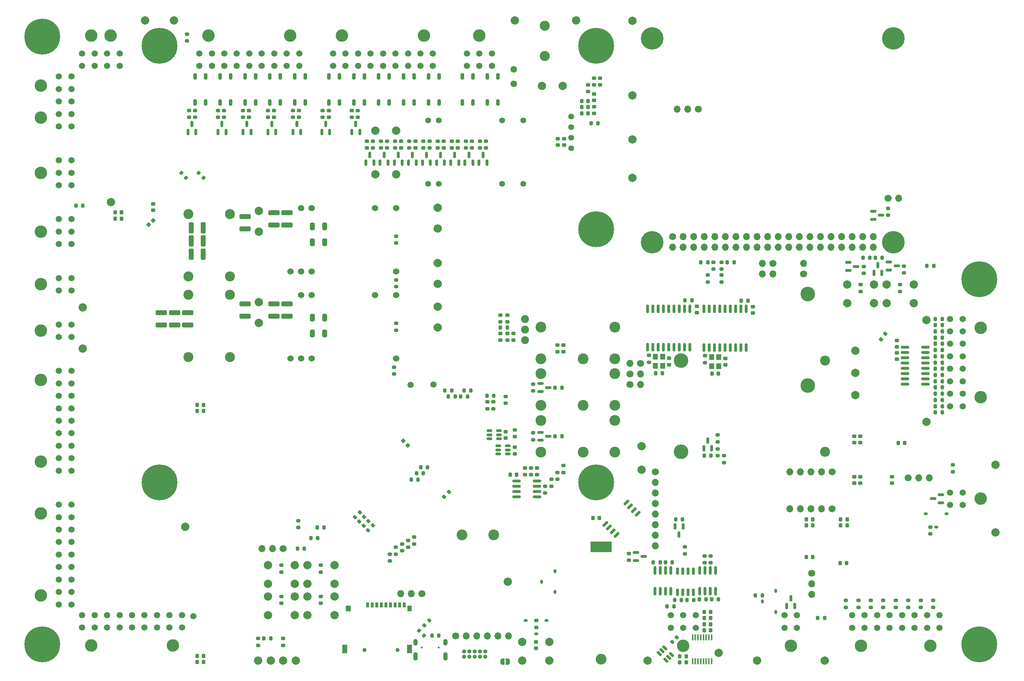
<source format=gbs>
G04 #@! TF.GenerationSoftware,KiCad,Pcbnew,8.0.1*
G04 #@! TF.CreationDate,2024-06-07T06:09:14+03:00*
G04 #@! TF.ProjectId,impeller18,696d7065-6c6c-4657-9231-382e6b696361,rev?*
G04 #@! TF.SameCoordinates,Original*
G04 #@! TF.FileFunction,Soldermask,Bot*
G04 #@! TF.FilePolarity,Negative*
%FSLAX46Y46*%
G04 Gerber Fmt 4.6, Leading zero omitted, Abs format (unit mm)*
G04 Created by KiCad (PCBNEW 8.0.1) date 2024-06-07 06:09:14*
%MOMM*%
%LPD*%
G01*
G04 APERTURE LIST*
G04 Aperture macros list*
%AMRoundRect*
0 Rectangle with rounded corners*
0 $1 Rounding radius*
0 $2 $3 $4 $5 $6 $7 $8 $9 X,Y pos of 4 corners*
0 Add a 4 corners polygon primitive as box body*
4,1,4,$2,$3,$4,$5,$6,$7,$8,$9,$2,$3,0*
0 Add four circle primitives for the rounded corners*
1,1,$1+$1,$2,$3*
1,1,$1+$1,$4,$5*
1,1,$1+$1,$6,$7*
1,1,$1+$1,$8,$9*
0 Add four rect primitives between the rounded corners*
20,1,$1+$1,$2,$3,$4,$5,0*
20,1,$1+$1,$4,$5,$6,$7,0*
20,1,$1+$1,$6,$7,$8,$9,0*
20,1,$1+$1,$8,$9,$2,$3,0*%
%AMFreePoly0*
4,1,19,0.500000,-0.750000,0.000000,-0.750000,0.000000,-0.744911,-0.071157,-0.744911,-0.207708,-0.704816,-0.327430,-0.627875,-0.420627,-0.520320,-0.479746,-0.390866,-0.500000,-0.250000,-0.500000,0.250000,-0.479746,0.390866,-0.420627,0.520320,-0.327430,0.627875,-0.207708,0.704816,-0.071157,0.744911,0.000000,0.744911,0.000000,0.750000,0.500000,0.750000,0.500000,-0.750000,0.500000,-0.750000,
$1*%
%AMFreePoly1*
4,1,19,0.000000,0.744911,0.071157,0.744911,0.207708,0.704816,0.327430,0.627875,0.420627,0.520320,0.479746,0.390866,0.500000,0.250000,0.500000,-0.250000,0.479746,-0.390866,0.420627,-0.520320,0.327430,-0.627875,0.207708,-0.704816,0.071157,-0.744911,0.000000,-0.744911,0.000000,-0.750000,-0.500000,-0.750000,-0.500000,0.750000,0.000000,0.750000,0.000000,0.744911,0.000000,0.744911,
$1*%
G04 Aperture macros list end*
%ADD10C,1.524000*%
%ADD11C,0.900000*%
%ADD12C,8.600000*%
%ADD13C,2.000000*%
%ADD14C,1.400000*%
%ADD15C,3.000000*%
%ADD16C,1.500000*%
%ADD17C,3.500000*%
%ADD18C,2.400000*%
%ADD19C,1.600000*%
%ADD20C,0.800000*%
%ADD21C,5.400000*%
%ADD22C,1.700000*%
%ADD23O,1.700000X1.700000*%
%ADD24C,2.600000*%
%ADD25R,2.600000X2.600000*%
%ADD26C,1.000000*%
%ADD27O,1.000000X1.000000*%
%ADD28C,0.500000*%
%ADD29O,1.090000X2.000000*%
%ADD30O,1.050000X1.600000*%
%ADD31C,1.905000*%
%ADD32O,0.700000X1.000000*%
%ADD33O,2.000000X2.000000*%
%ADD34O,1.000000X0.700000*%
%ADD35C,2.410000*%
%ADD36RoundRect,0.200000X0.275000X-0.200000X0.275000X0.200000X-0.275000X0.200000X-0.275000X-0.200000X0*%
%ADD37RoundRect,0.225000X0.250000X-0.225000X0.250000X0.225000X-0.250000X0.225000X-0.250000X-0.225000X0*%
%ADD38RoundRect,0.225000X-0.225000X-0.250000X0.225000X-0.250000X0.225000X0.250000X-0.225000X0.250000X0*%
%ADD39RoundRect,0.200000X-0.200000X-0.550000X0.200000X-0.550000X0.200000X0.550000X-0.200000X0.550000X0*%
%ADD40RoundRect,0.200000X-0.200000X-0.275000X0.200000X-0.275000X0.200000X0.275000X-0.200000X0.275000X0*%
%ADD41RoundRect,0.225000X0.225000X0.250000X-0.225000X0.250000X-0.225000X-0.250000X0.225000X-0.250000X0*%
%ADD42RoundRect,0.200000X-0.275000X0.200000X-0.275000X-0.200000X0.275000X-0.200000X0.275000X0.200000X0*%
%ADD43RoundRect,0.225000X-0.250000X0.225000X-0.250000X-0.225000X0.250000X-0.225000X0.250000X0.225000X0*%
%ADD44RoundRect,0.150000X0.150000X-0.587500X0.150000X0.587500X-0.150000X0.587500X-0.150000X-0.587500X0*%
%ADD45RoundRect,0.150000X-0.587500X-0.150000X0.587500X-0.150000X0.587500X0.150000X-0.587500X0.150000X0*%
%ADD46RoundRect,0.250000X-0.325000X-0.650000X0.325000X-0.650000X0.325000X0.650000X-0.325000X0.650000X0*%
%ADD47RoundRect,0.150000X0.150000X-0.825000X0.150000X0.825000X-0.150000X0.825000X-0.150000X-0.825000X0*%
%ADD48RoundRect,0.200000X0.053033X-0.335876X0.335876X-0.053033X-0.053033X0.335876X-0.335876X0.053033X0*%
%ADD49RoundRect,0.250000X-1.100000X0.325000X-1.100000X-0.325000X1.100000X-0.325000X1.100000X0.325000X0*%
%ADD50RoundRect,0.200000X0.200000X0.275000X-0.200000X0.275000X-0.200000X-0.275000X0.200000X-0.275000X0*%
%ADD51RoundRect,0.200000X0.335876X0.053033X0.053033X0.335876X-0.335876X-0.053033X-0.053033X-0.335876X0*%
%ADD52RoundRect,0.250000X0.325000X0.650000X-0.325000X0.650000X-0.325000X-0.650000X0.325000X-0.650000X0*%
%ADD53RoundRect,0.150000X-0.150000X0.725000X-0.150000X-0.725000X0.150000X-0.725000X0.150000X0.725000X0*%
%ADD54RoundRect,0.225000X-0.017678X0.335876X-0.335876X0.017678X0.017678X-0.335876X0.335876X-0.017678X0*%
%ADD55RoundRect,0.150000X0.512500X0.150000X-0.512500X0.150000X-0.512500X-0.150000X0.512500X-0.150000X0*%
%ADD56RoundRect,0.200000X-0.053033X0.335876X-0.335876X0.053033X0.053033X-0.335876X0.335876X-0.053033X0*%
%ADD57RoundRect,0.250000X-0.325000X-1.100000X0.325000X-1.100000X0.325000X1.100000X-0.325000X1.100000X0*%
%ADD58RoundRect,0.225000X-0.335876X-0.017678X-0.017678X-0.335876X0.335876X0.017678X0.017678X0.335876X0*%
%ADD59RoundRect,0.150000X-0.468458X0.256326X0.256326X-0.468458X0.468458X-0.256326X-0.256326X0.468458X0*%
%ADD60RoundRect,0.200000X0.100391X-0.324880X0.340006X-0.004591X-0.100391X0.324880X-0.340006X0.004591X0*%
%ADD61RoundRect,0.150000X-0.150000X0.825000X-0.150000X-0.825000X0.150000X-0.825000X0.150000X0.825000X0*%
%ADD62R,1.200000X1.400000*%
%ADD63RoundRect,0.150000X0.825000X0.150000X-0.825000X0.150000X-0.825000X-0.150000X0.825000X-0.150000X0*%
%ADD64RoundRect,0.150000X0.150000X-0.875000X0.150000X0.875000X-0.150000X0.875000X-0.150000X-0.875000X0*%
%ADD65RoundRect,0.150000X0.353553X0.565685X-0.565685X-0.353553X-0.353553X-0.565685X0.565685X0.353553X0*%
%ADD66FreePoly0,180.000000*%
%ADD67FreePoly1,180.000000*%
%ADD68RoundRect,0.150000X0.587500X0.150000X-0.587500X0.150000X-0.587500X-0.150000X0.587500X-0.150000X0*%
%ADD69R,0.700000X1.300000*%
%ADD70R,1.200000X2.000000*%
%ADD71R,1.050000X1.400000*%
%ADD72RoundRect,0.150000X-0.150000X0.587500X-0.150000X-0.587500X0.150000X-0.587500X0.150000X0.587500X0*%
%ADD73RoundRect,0.100000X0.100000X-0.637500X0.100000X0.637500X-0.100000X0.637500X-0.100000X-0.637500X0*%
G04 APERTURE END LIST*
D10*
X149178000Y-115141000D03*
X151718000Y-115141000D03*
X154258000Y-115141000D03*
X174578000Y-115141000D03*
X174578000Y-99901000D03*
X169498000Y-99901000D03*
X154258000Y-99901000D03*
X151718000Y-99901000D03*
D11*
X89501000Y-201583000D03*
X91781419Y-202527581D03*
X87220581Y-202527581D03*
X92726000Y-204808000D03*
D12*
X89501000Y-204808000D03*
D11*
X86276000Y-204808000D03*
X91781419Y-207088419D03*
X87220581Y-207088419D03*
X89501000Y-208033000D03*
D13*
X141434000Y-208731001D03*
D14*
X216678002Y-85536000D03*
X216678002Y-82996000D03*
X216678002Y-80456000D03*
X216678002Y-77916000D03*
D13*
X99269000Y-123826000D03*
D14*
X182328000Y-94076000D03*
X184868000Y-94076000D03*
X200108000Y-94076000D03*
X205188000Y-94076000D03*
X205188000Y-78836000D03*
X200108000Y-78836000D03*
X184868000Y-78836000D03*
X182328000Y-78836000D03*
D13*
X283014000Y-118308000D03*
X289514000Y-118308000D03*
X283014000Y-122808000D03*
X289514000Y-122808000D03*
D11*
X314778000Y-113779000D03*
X317058419Y-114723581D03*
X312497581Y-114723581D03*
X318003000Y-117004000D03*
D12*
X314778000Y-117004000D03*
D11*
X311553000Y-117004000D03*
X317058419Y-119284419D03*
X312497581Y-119284419D03*
X314778000Y-120229000D03*
D13*
X105986000Y-98511000D03*
X143741000Y-193294000D03*
X150241000Y-193294000D03*
X143741000Y-197794000D03*
X150241000Y-197794000D03*
X284975000Y-139553000D03*
D15*
X89199000Y-78126000D03*
X89199000Y-70426000D03*
D16*
X93519000Y-80286000D03*
X93519000Y-77286000D03*
X93519000Y-74286000D03*
X93519000Y-71286000D03*
X93519000Y-68286000D03*
X96519000Y-80286000D03*
X96519000Y-77286000D03*
X96519000Y-74286000D03*
X96519000Y-71286000D03*
X96519000Y-68286000D03*
D17*
X243075000Y-136553000D03*
X273575000Y-120553000D03*
D18*
X277675000Y-136553000D03*
D19*
X202885000Y-66551349D03*
X202885000Y-70051349D03*
D15*
X120929000Y-205116000D03*
X101229000Y-205116000D03*
D16*
X123089000Y-200796000D03*
X120089000Y-200796000D03*
X117089000Y-200796000D03*
X114089000Y-200796000D03*
X111089000Y-200796000D03*
X108089000Y-200796000D03*
X105089000Y-200796000D03*
X102089000Y-200796000D03*
X99089000Y-200796000D03*
X123089000Y-197796000D03*
X120089000Y-197796000D03*
X117089000Y-197796000D03*
X114089000Y-197796000D03*
X111089000Y-197796000D03*
X108089000Y-197796000D03*
X105089000Y-197796000D03*
X102089000Y-197796000D03*
X99089000Y-197796000D03*
D20*
X236176000Y-57081000D03*
X237607891Y-57674109D03*
X234744109Y-57674109D03*
X238201000Y-59106000D03*
D21*
X236176000Y-59106000D03*
D20*
X234151000Y-59106000D03*
X237607891Y-60537891D03*
X234744109Y-60537891D03*
X236176000Y-61131000D03*
D11*
X222676000Y-162679000D03*
X224956419Y-163623581D03*
X220395581Y-163623581D03*
X225901000Y-165904000D03*
D12*
X222676000Y-165904000D03*
D11*
X219451000Y-165904000D03*
X224956419Y-168184419D03*
X220395581Y-168184419D03*
X222676000Y-169129000D03*
D22*
X279368500Y-172257001D03*
D23*
X276828500Y-172257001D03*
X274288500Y-172257001D03*
X271748500Y-172257001D03*
X269208500Y-172257001D03*
D16*
X125839000Y-198056000D03*
D24*
X219563000Y-136157000D03*
X227183000Y-128537000D03*
X227183000Y-136157000D03*
X209403000Y-136157000D03*
X209403000Y-128537000D03*
D13*
X99269000Y-133716500D03*
D22*
X236936000Y-163353000D03*
D23*
X236936000Y-165893000D03*
X236936000Y-168433000D03*
X236936000Y-170973000D03*
X236936000Y-173513000D03*
X236936000Y-176053000D03*
X236936000Y-178593000D03*
X236936000Y-181133000D03*
D16*
X183576000Y-142351000D03*
D18*
X124654000Y-116327000D03*
X124654000Y-101327000D03*
X134654000Y-101327000D03*
X134654000Y-116327000D03*
D13*
X153241000Y-193294000D03*
X159741000Y-193294000D03*
X153241000Y-197794000D03*
X159741000Y-197794000D03*
X252177000Y-206862001D03*
D15*
X315098000Y-169798000D03*
D16*
X310778000Y-168298000D03*
X310778000Y-171298000D03*
X307778000Y-168298000D03*
X307778000Y-171298000D03*
D10*
X149179000Y-136091000D03*
X151719000Y-136091000D03*
X154259000Y-136091000D03*
X174579000Y-136091000D03*
X174579000Y-120851000D03*
X169499000Y-120851000D03*
X154259000Y-120851000D03*
X151719000Y-120851000D03*
D25*
X222576000Y-181405001D03*
X225116000Y-181405001D03*
D24*
X223846000Y-208405002D03*
D15*
X194586000Y-58406000D03*
D16*
X191586000Y-62726000D03*
X194586000Y-62726000D03*
X197586000Y-62726000D03*
X191586000Y-65726000D03*
X194586000Y-65726000D03*
X197586000Y-65726000D03*
D26*
X190929000Y-207764000D03*
D27*
X190929000Y-206494000D03*
X192199000Y-207764000D03*
X192199000Y-206494000D03*
X193469000Y-207764000D03*
X193469000Y-206494000D03*
X194739000Y-207764000D03*
X194739000Y-206494000D03*
X196009000Y-207764000D03*
X196009000Y-206494000D03*
D13*
X184553000Y-99826000D03*
X184553000Y-104826000D03*
D22*
X272526000Y-115753000D03*
D23*
X272526000Y-113213000D03*
D11*
X219451000Y-105004000D03*
X220395581Y-102723581D03*
X220395581Y-107284419D03*
X222676000Y-101779000D03*
D12*
X222676000Y-105004000D03*
D11*
X222676000Y-108229000D03*
X224956419Y-102723581D03*
X224956419Y-107284419D03*
X225901000Y-105004000D03*
D17*
X243075000Y-158553000D03*
X273575000Y-142553000D03*
D18*
X277675000Y-158553000D03*
D11*
X117676000Y-57679000D03*
X119956419Y-58623581D03*
X115395581Y-58623581D03*
X120901000Y-60904000D03*
D12*
X117676000Y-60904000D03*
D11*
X114451000Y-60904000D03*
X119956419Y-63184419D03*
X115395581Y-63184419D03*
X117676000Y-64129000D03*
D13*
X231426000Y-72837000D03*
D15*
X89199000Y-91436000D03*
D16*
X93519000Y-94436000D03*
X93519000Y-91436000D03*
X93519000Y-88436000D03*
X96519000Y-94436000D03*
X96519000Y-91436000D03*
X96519000Y-88436000D03*
D24*
X219563000Y-147377000D03*
X227183000Y-139757000D03*
X227183000Y-147377000D03*
X209403000Y-147377000D03*
X209403000Y-139757000D03*
D20*
X236176000Y-106081000D03*
X237607891Y-106674109D03*
X234744109Y-106674109D03*
X238201000Y-108106000D03*
D21*
X236176000Y-108106000D03*
D20*
X234151000Y-108106000D03*
X237607891Y-109537891D03*
X234744109Y-109537891D03*
X236176000Y-110131000D03*
D13*
X233636000Y-162815000D03*
D11*
X222676000Y-57679000D03*
X224956419Y-58623581D03*
X220395581Y-58623581D03*
X225901000Y-60904000D03*
D12*
X222676000Y-60904000D03*
D11*
X219451000Y-60904000D03*
X224956419Y-63184419D03*
X220395581Y-63184419D03*
X222676000Y-64129000D03*
D22*
X274477500Y-187757001D03*
D23*
X274477500Y-190297001D03*
X274477500Y-192837001D03*
D15*
X161586000Y-58406000D03*
X181286000Y-58406000D03*
D16*
X159426000Y-62726000D03*
X162426000Y-62726000D03*
X165426000Y-62726000D03*
X168426000Y-62726000D03*
X171426000Y-62726000D03*
X174426000Y-62726000D03*
X177426000Y-62726000D03*
X180426000Y-62726000D03*
X183426000Y-62726000D03*
X159426000Y-65726000D03*
X162426000Y-65726000D03*
X165426000Y-65726000D03*
X168426000Y-65726000D03*
X171426000Y-65726000D03*
X174426000Y-65726000D03*
X177426000Y-65726000D03*
X180426000Y-65726000D03*
X183426000Y-65726000D03*
D22*
X247216000Y-76106000D03*
D23*
X244676000Y-76106000D03*
X242136000Y-76106000D03*
D22*
X147437438Y-181808000D03*
D23*
X144897438Y-181808000D03*
X142357438Y-181808000D03*
D13*
X302070000Y-126809000D03*
D28*
X184806000Y-205583000D03*
X180806000Y-205583000D03*
D29*
X186406000Y-207733000D03*
D30*
X186406000Y-204283000D03*
D29*
X179206000Y-207733000D03*
D30*
X179206000Y-204283000D03*
D13*
X141604000Y-100614000D03*
X141604000Y-105614000D03*
X114217000Y-54806000D03*
X141604000Y-122544000D03*
X141604000Y-127544000D03*
D31*
X205565000Y-131691000D03*
X205565000Y-129151000D03*
X205565000Y-126611000D03*
D32*
X265839500Y-196995001D03*
X262639500Y-194495001D03*
X265839500Y-191995001D03*
D13*
X184554000Y-123601000D03*
X184554000Y-128601000D03*
X184554000Y-118101000D03*
X184554000Y-113101000D03*
X261345750Y-208731001D03*
D22*
X230783000Y-142308000D03*
D23*
X233323000Y-142308000D03*
D13*
X144434000Y-208731001D03*
X233636000Y-157183000D03*
D15*
X101249000Y-58406000D03*
X105949000Y-58406000D03*
D16*
X99089000Y-62726000D03*
X102089000Y-62726000D03*
X105089000Y-62726000D03*
X108089000Y-62726000D03*
X99089000Y-65726000D03*
X102089000Y-65726000D03*
X105089000Y-65726000D03*
X108089000Y-65726000D03*
D11*
X89501000Y-55479000D03*
X91781419Y-56423581D03*
X87220581Y-56423581D03*
X92726000Y-58704000D03*
D12*
X89501000Y-58704000D03*
D11*
X86276000Y-58704000D03*
X91781419Y-60984419D03*
X87220581Y-60984419D03*
X89501000Y-61929000D03*
D13*
X284975000Y-144853000D03*
D33*
X174578000Y-91826000D03*
D13*
X169578000Y-91826000D03*
D15*
X89199000Y-118246000D03*
D16*
X93519000Y-119746000D03*
X93519000Y-116746000D03*
X96519000Y-119746000D03*
X96519000Y-116746000D03*
D13*
X153241000Y-185794000D03*
X159741000Y-185794000D03*
X153241000Y-190294000D03*
X159741000Y-190294000D03*
D22*
X292906000Y-97538000D03*
D23*
X295446000Y-97538000D03*
D13*
X147434000Y-208731001D03*
X123908000Y-176579000D03*
D34*
X306962000Y-173430000D03*
X304462000Y-176630000D03*
X301962000Y-173430000D03*
D15*
X89199000Y-193066000D03*
X89199000Y-173366000D03*
D16*
X93519000Y-195226000D03*
X93519000Y-192226000D03*
X93519000Y-189226000D03*
X93519000Y-186226000D03*
X93519000Y-183226000D03*
X93519000Y-180226000D03*
X93519000Y-177226000D03*
X93519000Y-174226000D03*
X93519000Y-171226000D03*
X96519000Y-195226000D03*
X96519000Y-192226000D03*
X96519000Y-189226000D03*
X96519000Y-186226000D03*
X96519000Y-183226000D03*
X96519000Y-180226000D03*
X96519000Y-177226000D03*
X96519000Y-174226000D03*
X96519000Y-171226000D03*
D15*
X89199000Y-105586000D03*
D16*
X93519000Y-108586000D03*
X93519000Y-105586000D03*
X93519000Y-102586000D03*
X96519000Y-108586000D03*
X96519000Y-105586000D03*
X96519000Y-102586000D03*
D24*
X190398000Y-178502000D03*
X198018000Y-178502000D03*
D22*
X241046000Y-106816000D03*
D23*
X241046000Y-109356000D03*
X243586000Y-106816000D03*
X243586000Y-109356000D03*
X246126000Y-106816000D03*
X246126000Y-109356000D03*
X248666000Y-106816000D03*
X248666000Y-109356000D03*
X251206000Y-106816000D03*
X251206000Y-109356000D03*
X253746000Y-106816000D03*
X253746000Y-109356000D03*
X256286000Y-106816000D03*
X256286000Y-109356000D03*
X258826000Y-106816000D03*
X258826000Y-109356000D03*
X261366000Y-106816000D03*
X261366000Y-109356000D03*
X263906000Y-106816000D03*
X263906000Y-109356000D03*
X266446000Y-106816000D03*
X266446000Y-109356000D03*
X268986000Y-106816000D03*
X268986000Y-109356000D03*
X271526000Y-106816000D03*
X271526000Y-109356000D03*
X274066000Y-106816000D03*
X274066000Y-109356000D03*
X276606000Y-106816000D03*
X276606000Y-109356000D03*
X279146000Y-106816000D03*
X279146000Y-109356000D03*
X281686000Y-106816000D03*
X281686000Y-109356000D03*
X284226000Y-106816000D03*
X284226000Y-109356000D03*
X286766000Y-106816000D03*
X286766000Y-109356000D03*
X289306000Y-106816000D03*
X289306000Y-109356000D03*
D13*
X235027000Y-208731001D03*
X174578000Y-81326000D03*
X169578000Y-81326000D03*
D35*
X210325000Y-63345998D03*
X210325000Y-56045998D03*
D15*
X129426000Y-58406000D03*
X149126000Y-58406000D03*
D16*
X127266000Y-62726000D03*
X130266000Y-62726000D03*
X133266000Y-62726000D03*
X136266000Y-62726000D03*
X139266000Y-62726000D03*
X142266000Y-62726000D03*
X145266000Y-62726000D03*
X148266000Y-62726000D03*
X151266000Y-62726000D03*
X127266000Y-65726000D03*
X130266000Y-65726000D03*
X133266000Y-65726000D03*
X136266000Y-65726000D03*
X139266000Y-65726000D03*
X142266000Y-65726000D03*
X145266000Y-65726000D03*
X148266000Y-65726000D03*
X151266000Y-65726000D03*
D13*
X318698000Y-161672250D03*
D15*
X89199000Y-129406000D03*
D16*
X93519000Y-130906000D03*
X93519000Y-127906000D03*
X96519000Y-130906000D03*
X96519000Y-127906000D03*
D13*
X292514000Y-118308000D03*
X299014000Y-118308000D03*
X292514000Y-122808000D03*
X299014000Y-122808000D03*
X284975000Y-134253000D03*
D24*
X219563000Y-158597000D03*
X227183000Y-150977000D03*
X227183000Y-158597000D03*
X209403000Y-158597000D03*
X209403000Y-150977000D03*
D13*
X231426000Y-83412000D03*
X203156000Y-54806000D03*
X143741000Y-185794000D03*
X150241000Y-185794000D03*
X143741000Y-190294000D03*
X150241000Y-190294000D03*
D15*
X89199000Y-160906000D03*
X89199000Y-141206000D03*
D16*
X93519000Y-163066000D03*
X93519000Y-160066000D03*
X93519000Y-157066000D03*
X93519000Y-154066000D03*
X93519000Y-151066000D03*
X93519000Y-148066000D03*
X93519000Y-145066000D03*
X93519000Y-142066000D03*
X93519000Y-139066000D03*
X96519000Y-163066000D03*
X96519000Y-160066000D03*
X96519000Y-157066000D03*
X96519000Y-154066000D03*
X96519000Y-151066000D03*
X96519000Y-148066000D03*
X96519000Y-145066000D03*
X96519000Y-142066000D03*
X96519000Y-139066000D03*
D15*
X303063000Y-205131001D03*
X286363000Y-205131001D03*
D16*
X305223000Y-200811001D03*
X302223000Y-200811001D03*
X299223000Y-200811001D03*
X296223000Y-200811001D03*
X293223000Y-200811001D03*
X290223000Y-200811001D03*
X287223000Y-200811001D03*
X284223000Y-200811001D03*
X305223000Y-197811001D03*
X302223000Y-197811001D03*
X299223000Y-197811001D03*
X296223000Y-197811001D03*
X293223000Y-197811001D03*
X290223000Y-197811001D03*
X287223000Y-197811001D03*
X284223000Y-197811001D03*
D11*
X314778000Y-201583001D03*
X317058419Y-202527582D03*
X312497581Y-202527582D03*
X318003000Y-204808001D03*
D12*
X314778000Y-204808001D03*
D11*
X311553000Y-204808001D03*
X317058419Y-207088420D03*
X312497581Y-207088420D03*
X314778000Y-208033001D03*
D13*
X204924000Y-204231001D03*
X211424000Y-204231001D03*
X204924000Y-208731001D03*
X211424000Y-208731001D03*
X231426000Y-92638000D03*
D32*
X212764000Y-192225000D03*
X209564000Y-189725000D03*
X212764000Y-187225000D03*
D11*
X117676000Y-162679000D03*
X119956419Y-163623581D03*
X115395581Y-163623581D03*
X120901000Y-165904000D03*
D12*
X117676000Y-165904000D03*
D11*
X114451000Y-165904000D03*
X119956419Y-168184419D03*
X115395581Y-168184419D03*
X117676000Y-169129000D03*
D18*
X124654000Y-135744000D03*
X124654000Y-120744000D03*
X134654000Y-120744000D03*
X134654000Y-135744000D03*
D22*
X230783000Y-139768000D03*
D23*
X233323000Y-139768000D03*
D13*
X121128000Y-54806000D03*
X217883750Y-54806000D03*
X318698000Y-177923750D03*
X214623677Y-70525999D03*
X209623677Y-70525999D03*
X201463000Y-189725000D03*
D34*
X210750000Y-199099001D03*
X208250000Y-202299001D03*
X205750000Y-199099001D03*
D16*
X178064500Y-142397000D03*
D15*
X315101000Y-128719000D03*
X315101000Y-145419000D03*
D16*
X310781000Y-126559000D03*
X310781000Y-129559000D03*
X310781000Y-132559000D03*
X310781000Y-135559000D03*
X310781000Y-138559000D03*
X310781000Y-141559000D03*
X310781000Y-144559000D03*
X310781000Y-147559000D03*
X307781000Y-126559000D03*
X307781000Y-129559000D03*
X307781000Y-132559000D03*
X307781000Y-135559000D03*
X307781000Y-138559000D03*
X307781000Y-141559000D03*
X307781000Y-144559000D03*
X307781000Y-147559000D03*
D22*
X297724000Y-164792000D03*
D23*
X300264000Y-164792000D03*
X302804000Y-164792000D03*
D15*
X269471500Y-205131001D03*
D16*
X270971500Y-200811001D03*
X267971500Y-200811001D03*
X270971500Y-197811001D03*
X267971500Y-197811001D03*
D13*
X302070000Y-151316500D03*
D20*
X294176000Y-57081000D03*
X295607891Y-57674109D03*
X292744109Y-57674109D03*
X296201000Y-59106000D03*
D21*
X294176000Y-59106000D03*
D20*
X292151000Y-59106000D03*
X295607891Y-60537891D03*
X292744109Y-60537891D03*
X294176000Y-61131000D03*
D22*
X279368500Y-163353000D03*
D23*
X276828500Y-163353000D03*
X274288500Y-163353000D03*
X271748500Y-163353000D03*
X269208500Y-163353000D03*
D20*
X294176000Y-106081000D03*
X295607891Y-106674109D03*
X292744109Y-106674109D03*
X296201000Y-108106000D03*
D21*
X294176000Y-108106000D03*
D20*
X292151000Y-108106000D03*
X295607891Y-109537891D03*
X292744109Y-109537891D03*
X294176000Y-110131000D03*
D22*
X233333000Y-137228000D03*
D23*
X230793000Y-137228000D03*
D22*
X180788000Y-192657000D03*
D23*
X178248000Y-192657000D03*
X175708000Y-192657000D03*
D13*
X277597250Y-208731001D03*
D22*
X265181000Y-113203000D03*
D23*
X265181000Y-115743000D03*
X262641000Y-113203000D03*
X262641000Y-115743000D03*
D13*
X231426000Y-54842000D03*
D22*
X188924000Y-202784000D03*
D23*
X191464000Y-202784000D03*
X194004000Y-202784000D03*
X196544000Y-202784000D03*
X199084000Y-202784000D03*
X201624000Y-202784000D03*
D13*
X150434000Y-208731001D03*
D15*
X243597000Y-205131001D03*
D16*
X246597000Y-200811001D03*
X243597000Y-200811001D03*
X240597000Y-200811001D03*
X246597000Y-197811001D03*
X243597000Y-197811001D03*
X240597000Y-197811001D03*
D36*
X178905000Y-180658000D03*
X178905000Y-179008000D03*
D37*
X286179000Y-166035999D03*
X286179000Y-164485999D03*
D38*
X219173678Y-74201000D03*
X220723678Y-74201000D03*
D39*
X128766000Y-74526000D03*
X126226000Y-74526000D03*
X126226000Y-68226000D03*
X128766000Y-68226000D03*
D40*
X196406000Y-145086500D03*
X198056000Y-145086500D03*
D36*
X182606000Y-85481000D03*
X182606000Y-83831000D03*
D41*
X128264000Y-209086001D03*
X126714000Y-209086001D03*
X108583000Y-102435000D03*
X107033000Y-102435000D03*
D42*
X156491000Y-185794000D03*
X156491000Y-187444000D03*
D36*
X196501000Y-148151500D03*
X196501000Y-146501500D03*
X248771000Y-185206001D03*
X248771000Y-183556001D03*
D37*
X220698678Y-71876000D03*
X220698678Y-70326000D03*
D39*
X134766000Y-74526000D03*
X132226000Y-74526000D03*
X132226000Y-68226000D03*
X134766000Y-68226000D03*
D42*
X202772000Y-130041000D03*
X202772000Y-131691000D03*
D40*
X250437000Y-193993501D03*
X252087000Y-193993501D03*
D36*
X287051500Y-115595000D03*
X287051500Y-113945000D03*
X133226000Y-78081000D03*
X133226000Y-76431000D03*
D42*
X174579000Y-127646000D03*
X174579000Y-129296000D03*
D43*
X203089499Y-157446998D03*
X203089499Y-158996998D03*
D36*
X223618678Y-70326000D03*
X223618678Y-68676000D03*
D44*
X189626000Y-88993500D03*
X187726000Y-88993500D03*
X188676000Y-87118500D03*
D38*
X273233501Y-176212001D03*
X274783501Y-176212001D03*
D45*
X289318500Y-102601000D03*
X289318500Y-100701000D03*
X291193500Y-101651000D03*
D46*
X154446000Y-108114000D03*
X157396000Y-108114000D03*
D47*
X240606000Y-192036001D03*
X239336000Y-192036001D03*
X238066000Y-192036001D03*
X236796000Y-192036001D03*
X236796000Y-187086001D03*
X238066000Y-187086001D03*
X239336000Y-187086001D03*
X240606000Y-187086001D03*
D48*
X167799765Y-177365491D03*
X168966491Y-176198765D03*
D45*
X283316499Y-114895000D03*
X283316499Y-112995000D03*
X285191499Y-113945000D03*
D42*
X149766000Y-76431000D03*
X149766000Y-78081000D03*
D36*
X174525000Y-183133000D03*
X174525000Y-181483000D03*
X177445000Y-181483000D03*
X177445000Y-179833000D03*
D46*
X154446000Y-130044000D03*
X157396000Y-130044000D03*
D42*
X244015999Y-181388001D03*
X244015999Y-183038001D03*
D49*
X138229000Y-101952000D03*
X138229000Y-104902000D03*
D50*
X305875000Y-135559000D03*
X304225000Y-135559000D03*
D40*
X304225000Y-149059000D03*
X305875000Y-149059000D03*
D49*
X121304000Y-125081000D03*
X121304000Y-128031000D03*
D36*
X151011500Y-176728000D03*
X151011500Y-175078000D03*
D51*
X128269089Y-92660452D03*
X127102363Y-91493726D03*
D37*
X116203000Y-100455000D03*
X116203000Y-98905000D03*
D39*
X152766000Y-74526000D03*
X150226000Y-74526000D03*
X150226000Y-68226000D03*
X152766000Y-68226000D03*
D52*
X157396000Y-104314000D03*
X154446000Y-104314000D03*
D36*
X222158678Y-77185323D03*
X222158678Y-75535323D03*
D43*
X200926999Y-153671997D03*
X200926999Y-155221997D03*
D44*
X126446000Y-81593500D03*
X124546000Y-81593500D03*
X125496000Y-79718500D03*
D48*
X166767389Y-176333115D03*
X167934115Y-175166389D03*
D53*
X242196000Y-187186001D03*
X243466000Y-187186001D03*
X244736000Y-187186001D03*
X246006000Y-187186001D03*
X246006000Y-192336001D03*
X244736000Y-192336001D03*
X243466000Y-192336001D03*
X242196000Y-192336001D03*
D36*
X282723000Y-195904001D03*
X282723000Y-194254001D03*
X139226000Y-78081000D03*
X139226000Y-76431000D03*
D54*
X116203000Y-102844124D03*
X115106984Y-103940140D03*
D50*
X305875000Y-132559000D03*
X304225000Y-132559000D03*
D44*
X179426000Y-88993500D03*
X177526000Y-88993500D03*
X178476000Y-87118500D03*
D50*
X305875000Y-138559000D03*
X304225000Y-138559000D03*
D40*
X150841500Y-181808000D03*
X152491500Y-181808000D03*
D50*
X184856500Y-202685000D03*
X183206500Y-202685000D03*
D40*
X241780000Y-174783000D03*
X243430000Y-174783000D03*
D39*
X146766000Y-74526000D03*
X144226000Y-74526000D03*
X144226000Y-68226000D03*
X146766000Y-68226000D03*
D44*
X172626000Y-88993500D03*
X170726000Y-88993500D03*
X171676000Y-87118500D03*
D40*
X304225000Y-131059000D03*
X305875000Y-131059000D03*
D55*
X201447000Y-157097000D03*
X201447000Y-158046999D03*
X201447000Y-158996998D03*
X199172000Y-158996998D03*
X199172000Y-158046999D03*
X199172000Y-157097000D03*
D40*
X154066500Y-179268000D03*
X155716500Y-179268000D03*
D42*
X252806000Y-112928000D03*
X252806000Y-114578000D03*
X156491000Y-193294000D03*
X156491000Y-194944000D03*
D50*
X214430500Y-143067000D03*
X212780500Y-143067000D03*
X188774000Y-145228000D03*
X187124000Y-145228000D03*
D42*
X187946000Y-83831000D03*
X187946000Y-85481000D03*
X167546000Y-83831000D03*
X167546000Y-85481000D03*
X194746000Y-83831000D03*
X194746000Y-85481000D03*
D36*
X175806000Y-85481000D03*
X175806000Y-83831000D03*
D41*
X250211000Y-198506001D03*
X248661000Y-198506001D03*
D40*
X304225000Y-143059000D03*
X305875000Y-143059000D03*
D36*
X173065000Y-184783000D03*
X173065000Y-183133000D03*
D44*
X133666000Y-81593500D03*
X131766000Y-81593500D03*
X132716000Y-79718500D03*
D50*
X201312000Y-128656000D03*
X199662000Y-128656000D03*
D40*
X254206000Y-112928000D03*
X255856000Y-112928000D03*
D56*
X242097000Y-203096637D03*
X240930274Y-204263363D03*
D40*
X236396000Y-185131001D03*
X238046000Y-185131001D03*
D39*
X199086000Y-74526000D03*
X196546000Y-74526000D03*
X196546000Y-68226000D03*
X199086000Y-68226000D03*
D44*
X169226000Y-88993500D03*
X167326000Y-88993500D03*
X168276000Y-87118500D03*
D36*
X251929000Y-156132500D03*
X251929000Y-154482500D03*
D42*
X141359001Y-203399500D03*
X141359001Y-205049500D03*
D40*
X190084000Y-145228000D03*
X191734000Y-145228000D03*
D37*
X286179000Y-156346000D03*
X286179000Y-154796000D03*
D42*
X170946000Y-83831000D03*
X170946000Y-85481000D03*
D40*
X97598000Y-99318500D03*
X99248000Y-99318500D03*
D43*
X294942000Y-131744000D03*
X294942000Y-133294000D03*
D52*
X157396000Y-126244000D03*
X154446000Y-126244000D03*
D36*
X235363000Y-136992000D03*
X235363000Y-135342000D03*
X175985000Y-182308000D03*
X175985000Y-180658000D03*
D42*
X250901000Y-112928000D03*
X250901000Y-114578000D03*
D39*
X172926000Y-74526000D03*
X170386000Y-74526000D03*
X170386000Y-68226000D03*
X172926000Y-68226000D03*
D38*
X221886000Y-174463000D03*
X223436000Y-174463000D03*
D51*
X124082726Y-92660452D03*
X122916000Y-91493726D03*
D36*
X179206000Y-85481000D03*
X179206000Y-83831000D03*
X211898000Y-166776000D03*
X211898000Y-165126000D03*
X203089499Y-154909500D03*
X203089499Y-153259500D03*
D49*
X148380500Y-122969000D03*
X148380500Y-125919000D03*
D50*
X249109000Y-193996501D03*
X247459000Y-193996501D03*
D57*
X125279000Y-104633000D03*
X128229000Y-104633000D03*
D44*
X145666000Y-81593500D03*
X143766000Y-81593500D03*
X144716000Y-79718500D03*
D40*
X221463000Y-79551000D03*
X223113000Y-79551000D03*
D58*
X176318463Y-155906463D03*
X177414479Y-157002479D03*
D50*
X245703000Y-122097000D03*
X244053000Y-122097000D03*
D57*
X125279000Y-111033000D03*
X128229000Y-111033000D03*
D38*
X295323999Y-156374000D03*
X296873999Y-156374000D03*
D36*
X126226000Y-78081000D03*
X126226000Y-76431000D03*
X285723000Y-195904001D03*
X285723000Y-194254001D03*
D44*
X165826000Y-81593500D03*
X163926000Y-81593500D03*
X164876000Y-79718500D03*
D40*
X260989500Y-193068001D03*
X262639500Y-193068001D03*
D36*
X172406000Y-85481000D03*
X172406000Y-83831000D03*
D50*
X305875000Y-129559000D03*
X304225000Y-129559000D03*
D40*
X304225000Y-134059000D03*
X305875000Y-134059000D03*
D44*
X139666000Y-81593500D03*
X137766000Y-81593500D03*
X138716000Y-79718500D03*
D41*
X238568000Y-139617000D03*
X237018000Y-139617000D03*
D49*
X124504000Y-125081000D03*
X124504000Y-128031000D03*
D45*
X209268000Y-155737000D03*
X209268000Y-153837000D03*
X211143000Y-154787000D03*
D37*
X284719000Y-156346000D03*
X284719000Y-154796000D03*
D36*
X291723000Y-195904001D03*
X291723000Y-194254001D03*
D50*
X250320000Y-159407500D03*
X248670000Y-159407500D03*
D40*
X289788999Y-111886000D03*
X291438999Y-111886000D03*
D43*
X214810000Y-132897000D03*
X214810000Y-134447000D03*
D36*
X145226000Y-78081000D03*
X145226000Y-76431000D03*
X222158678Y-70326000D03*
X222158678Y-68676000D03*
D50*
X259207500Y-122169000D03*
X257557500Y-122169000D03*
D38*
X219173678Y-77121000D03*
X220723678Y-77121000D03*
D59*
X237859915Y-207015835D03*
X238531666Y-206344084D03*
X239203417Y-205672333D03*
X240812085Y-207281001D03*
X240140334Y-207952752D03*
X239468583Y-208624503D03*
D40*
X180478000Y-162241000D03*
X182128000Y-162241000D03*
D36*
X169006000Y-85481000D03*
X169006000Y-83831000D03*
D60*
X291172795Y-131479596D03*
X292161207Y-130158404D03*
D41*
X128264000Y-207626001D03*
X126714000Y-207626001D03*
D49*
X118104000Y-125081000D03*
X118104000Y-128031000D03*
D50*
X243189000Y-194192501D03*
X241539000Y-194192501D03*
X157234000Y-176728000D03*
X155584000Y-176728000D03*
D43*
X213350000Y-132897000D03*
X213350000Y-134447000D03*
D36*
X253389000Y-161132500D03*
X253389000Y-159482500D03*
D61*
X247596000Y-187086001D03*
X248866000Y-187086001D03*
X250136000Y-187086001D03*
X251406000Y-187086001D03*
X251406000Y-192036001D03*
X250136000Y-192036001D03*
X248866000Y-192036001D03*
X247596000Y-192036001D03*
D62*
X252147500Y-135759000D03*
X252147500Y-137959000D03*
X250447500Y-137959000D03*
X250447500Y-135759000D03*
D37*
X213474000Y-84796000D03*
X213474000Y-83246000D03*
D36*
X296663999Y-115510000D03*
X296663999Y-113860000D03*
X300723000Y-195904001D03*
X300723000Y-194254001D03*
D42*
X163926000Y-76431000D03*
X163926000Y-78081000D03*
D63*
X301847000Y-133364000D03*
X301847000Y-134634000D03*
X301847000Y-135904000D03*
X301847000Y-137174000D03*
X301847000Y-138444000D03*
X301847000Y-139714000D03*
X301847000Y-140984000D03*
X301847000Y-142254000D03*
X296897000Y-142254000D03*
X296897000Y-140984000D03*
X296897000Y-139714000D03*
X296897000Y-138444000D03*
X296897000Y-137174000D03*
X296897000Y-135904000D03*
X296897000Y-134634000D03*
X296897000Y-133364000D03*
D64*
X258727500Y-133479000D03*
X257457500Y-133479000D03*
X256187500Y-133479000D03*
X254917500Y-133479000D03*
X253647500Y-133479000D03*
X252377500Y-133479000D03*
X251107500Y-133479000D03*
X249837500Y-133479000D03*
X248567500Y-133479000D03*
X248567500Y-124179000D03*
X249837500Y-124179000D03*
X251107500Y-124179000D03*
X252377500Y-124179000D03*
X253647500Y-124179000D03*
X254917500Y-124179000D03*
X256187500Y-124179000D03*
X257457500Y-124179000D03*
X258727500Y-124179000D03*
D37*
X284719000Y-166035999D03*
X284719000Y-164485999D03*
D55*
X199284500Y-153471999D03*
X199284500Y-154421998D03*
X199284500Y-155371997D03*
X197009500Y-155371997D03*
X197009500Y-154421998D03*
X197009500Y-153471999D03*
D40*
X142784000Y-203399500D03*
X144434000Y-203399500D03*
D42*
X177746000Y-83831000D03*
X177746000Y-85481000D03*
D36*
X189406000Y-85481000D03*
X189406000Y-83831000D03*
X192806000Y-85481000D03*
X192806000Y-83831000D03*
D40*
X179476000Y-163701000D03*
X181126000Y-163701000D03*
D37*
X293799000Y-166035999D03*
X293799000Y-164485999D03*
D36*
X201312000Y-131691000D03*
X201312000Y-130041000D03*
D50*
X187949000Y-143768000D03*
X186299000Y-143768000D03*
D39*
X140766000Y-74526000D03*
X138226000Y-74526000D03*
X138226000Y-68226000D03*
X140766000Y-68226000D03*
D36*
X186006000Y-85481000D03*
X186006000Y-83831000D03*
X151226000Y-78081000D03*
X151226000Y-76431000D03*
D51*
X181256000Y-202685000D03*
X180089274Y-201518274D03*
D41*
X252072500Y-139689000D03*
X250522500Y-139689000D03*
D36*
X158386000Y-78081000D03*
X158386000Y-76431000D03*
X303723000Y-195904001D03*
X303723000Y-194254001D03*
D42*
X146991000Y-185794000D03*
X146991000Y-187444000D03*
D40*
X178228000Y-165161000D03*
X179878000Y-165161000D03*
D42*
X131766000Y-76431000D03*
X131766000Y-78081000D03*
D43*
X260397500Y-123604000D03*
X260397500Y-125154000D03*
D42*
X184546000Y-83831000D03*
X184546000Y-85481000D03*
D50*
X249506000Y-112928000D03*
X247856000Y-112928000D03*
D38*
X273233501Y-174752001D03*
X274783501Y-174752001D03*
D50*
X305875000Y-141559000D03*
X304225000Y-141559000D03*
X305875000Y-144559000D03*
X304225000Y-144559000D03*
D65*
X229950546Y-170735377D03*
X230848572Y-171633403D03*
X231746597Y-172531428D03*
X232644623Y-173429454D03*
X227553454Y-178520623D03*
X226655428Y-177622597D03*
X225757403Y-176724572D03*
X224859377Y-175826546D03*
D42*
X292906000Y-100001000D03*
X292906000Y-101651000D03*
D36*
X199662000Y-127271000D03*
X199662000Y-125621000D03*
D41*
X128264000Y-148683000D03*
X126714000Y-148683000D03*
D42*
X251929000Y-157832500D03*
X251929000Y-159482500D03*
D43*
X208174000Y-204231001D03*
X208174000Y-205781001D03*
D40*
X304225000Y-128059000D03*
X305875000Y-128059000D03*
D49*
X148380000Y-101039000D03*
X148380000Y-103989000D03*
D42*
X249506000Y-116028000D03*
X249506000Y-117678000D03*
D39*
X166926000Y-74526000D03*
X164386000Y-74526000D03*
X164386000Y-68226000D03*
X166926000Y-68226000D03*
D36*
X213358000Y-165126000D03*
X213358000Y-163476000D03*
X201312000Y-127271000D03*
X201312000Y-125621000D03*
D48*
X181367274Y-200249725D03*
X182534000Y-199082999D03*
D49*
X145180500Y-122969000D03*
X145180500Y-125919000D03*
D66*
X201449000Y-208955001D03*
D67*
X200149000Y-208955001D03*
D38*
X201983000Y-163981000D03*
X203533000Y-163981000D03*
D42*
X191346000Y-83831000D03*
X191346000Y-85481000D03*
D38*
X219173678Y-75661000D03*
X220723678Y-75661000D03*
D36*
X294723000Y-195904001D03*
X294723000Y-194254001D03*
D49*
X138229000Y-122969000D03*
X138229000Y-125919000D03*
D42*
X174082000Y-138179000D03*
X174082000Y-139829000D03*
D36*
X297723000Y-195904001D03*
X297723000Y-194254001D03*
D44*
X196426000Y-88993500D03*
X194526000Y-88993500D03*
X195476000Y-87118500D03*
D57*
X125279000Y-107833000D03*
X128229000Y-107833000D03*
D64*
X245223000Y-133407000D03*
X243953000Y-133407000D03*
X242683000Y-133407000D03*
X241413000Y-133407000D03*
X240143000Y-133407000D03*
X238873000Y-133407000D03*
X237603000Y-133407000D03*
X236333000Y-133407000D03*
X235063000Y-133407000D03*
X235063000Y-124107000D03*
X236333000Y-124107000D03*
X237603000Y-124107000D03*
X238873000Y-124107000D03*
X240143000Y-124107000D03*
X241413000Y-124107000D03*
X242683000Y-124107000D03*
X243953000Y-124107000D03*
X245223000Y-124107000D03*
D48*
X186081000Y-169371000D03*
X187247726Y-168204274D03*
D45*
X209268000Y-144017000D03*
X209268000Y-142117000D03*
X211143000Y-143067000D03*
D42*
X207555500Y-153962000D03*
X207555500Y-155612000D03*
X252806000Y-116028000D03*
X252806000Y-117678000D03*
D50*
X305875000Y-147559000D03*
X304225000Y-147559000D03*
D42*
X174578000Y-106696000D03*
X174578000Y-108346000D03*
D36*
X286264000Y-119958000D03*
X286264000Y-118308000D03*
D42*
X208250000Y-199099001D03*
X208250000Y-200749001D03*
D36*
X303035000Y-178280000D03*
X303035000Y-176630000D03*
D44*
X151666000Y-81593500D03*
X149766000Y-81593500D03*
X150716000Y-79718500D03*
D39*
X160926000Y-74526000D03*
X158386000Y-74526000D03*
X158386000Y-68226000D03*
X160926000Y-68226000D03*
D36*
X199662000Y-131691000D03*
X199662000Y-130041000D03*
D42*
X207555500Y-142242000D03*
X207555500Y-143892000D03*
D44*
X176026000Y-88993500D03*
X174126000Y-88993500D03*
X175076000Y-87118500D03*
D36*
X230542000Y-184598500D03*
X230542000Y-182948500D03*
D41*
X128264000Y-147223000D03*
X126714000Y-147223000D03*
D36*
X165386000Y-78081000D03*
X165386000Y-76431000D03*
D42*
X174346000Y-83831000D03*
X174346000Y-85481000D03*
D37*
X253727500Y-137634000D03*
X253727500Y-136084000D03*
D40*
X304225000Y-146059000D03*
X305875000Y-146059000D03*
D45*
X232254500Y-184636000D03*
X232254500Y-182736000D03*
X234129500Y-183686000D03*
D41*
X250211000Y-199966001D03*
X248661000Y-199966001D03*
D42*
X143766000Y-76431000D03*
X143766000Y-78081000D03*
D41*
X282895500Y-185307000D03*
X281345500Y-185307000D03*
D36*
X295764000Y-119958000D03*
X295764000Y-118308000D03*
D50*
X192559000Y-143768000D03*
X190909000Y-143768000D03*
D41*
X250211000Y-197046001D03*
X248661000Y-197046001D03*
D40*
X239736000Y-195676501D03*
X241386000Y-195676501D03*
D43*
X222158678Y-72476001D03*
X222158678Y-74026001D03*
D50*
X241006000Y-185131001D03*
X239356000Y-185131001D03*
D40*
X304225000Y-137059000D03*
X305875000Y-137059000D03*
D39*
X184926000Y-74526000D03*
X182386000Y-74526000D03*
X182386000Y-68226000D03*
X184926000Y-68226000D03*
D40*
X244499000Y-194192501D03*
X246149000Y-194192501D03*
D36*
X288723000Y-195904001D03*
X288723000Y-194254001D03*
D39*
X193086000Y-74526000D03*
X190546000Y-74526000D03*
X190546000Y-68226000D03*
X193086000Y-68226000D03*
D38*
X273233501Y-183832001D03*
X274783501Y-183832001D03*
D50*
X244380000Y-209131001D03*
X242730000Y-209131001D03*
D39*
X178926000Y-74526000D03*
X176386000Y-74526000D03*
X176386000Y-68226000D03*
X178926000Y-68226000D03*
D44*
X193026000Y-88993500D03*
X191126000Y-88993500D03*
X192076000Y-87118500D03*
D38*
X248661000Y-201426001D03*
X250211000Y-201426001D03*
D41*
X283013500Y-174752001D03*
X281463500Y-174752001D03*
D63*
X208483000Y-165506000D03*
X208483000Y-166776000D03*
X208483000Y-168046000D03*
X208483000Y-169316000D03*
X203533000Y-169316000D03*
X203533000Y-168046000D03*
X203533000Y-166776000D03*
X203533000Y-165506000D03*
D41*
X108583000Y-100975000D03*
X107033000Y-100975000D03*
D42*
X137766000Y-76431000D03*
X137766000Y-78081000D03*
X174578000Y-117171000D03*
X174578000Y-118821000D03*
D36*
X200926999Y-146859500D03*
X200926999Y-145209500D03*
X124316000Y-59716000D03*
X124316000Y-58066000D03*
D44*
X250445000Y-157695000D03*
X248545000Y-157695000D03*
X249495000Y-155820000D03*
D50*
X305875000Y-126561000D03*
X304225000Y-126561000D03*
D43*
X246893000Y-123532000D03*
X246893000Y-125082000D03*
D44*
X270421500Y-195576501D03*
X268521500Y-195576501D03*
X269471500Y-193701501D03*
D36*
X214818000Y-163476000D03*
X214818000Y-161826000D03*
X197961000Y-148151500D03*
X197961000Y-146501500D03*
D37*
X240223000Y-137562000D03*
X240223000Y-136012000D03*
D44*
X182826000Y-88993500D03*
X180926000Y-88993500D03*
X181876000Y-87118500D03*
D40*
X302220500Y-113842000D03*
X303870500Y-113842000D03*
D42*
X156926000Y-76431000D03*
X156926000Y-78081000D03*
X210438000Y-166776000D03*
X210438000Y-168426000D03*
D36*
X196206000Y-85481000D03*
X196206000Y-83831000D03*
D41*
X283013500Y-176212001D03*
X281463500Y-176212001D03*
D36*
X308442500Y-163322250D03*
X308442500Y-161672250D03*
D42*
X181146000Y-83831000D03*
X181146000Y-85481000D03*
D44*
X186226000Y-88993500D03*
X184326000Y-88993500D03*
X185276000Y-87118500D03*
D36*
X248867500Y-137064000D03*
X248867500Y-135414000D03*
D49*
X145180000Y-101039000D03*
X145180000Y-103989000D03*
D45*
X293076499Y-114792000D03*
X293076499Y-112892000D03*
X294951499Y-113842000D03*
D43*
X294942000Y-134704000D03*
X294942000Y-136254000D03*
D40*
X275947250Y-198475501D03*
X277597250Y-198475501D03*
D44*
X158606000Y-81593500D03*
X156706000Y-81593500D03*
X157656000Y-79718500D03*
D40*
X286828999Y-111886000D03*
X288478999Y-111886000D03*
D68*
X305543500Y-168848000D03*
X305543500Y-170748000D03*
X303668500Y-169798000D03*
D50*
X244380000Y-207671001D03*
X242730000Y-207671001D03*
D48*
X164702637Y-174268363D03*
X165869363Y-173101637D03*
D26*
X166958000Y-206177000D03*
X174958000Y-206177000D03*
D69*
X167768000Y-195337000D03*
X168868000Y-195337000D03*
X169968000Y-195337000D03*
X171068000Y-195337000D03*
X172168000Y-195337000D03*
X173268000Y-195337000D03*
X174368000Y-195337000D03*
X175468000Y-195337000D03*
X176568000Y-195337000D03*
D70*
X162248000Y-205887000D03*
X177768000Y-205887000D03*
D62*
X163088000Y-196187000D03*
D71*
X177843000Y-196187000D03*
D42*
X250231000Y-183556001D03*
X250231000Y-185206001D03*
X124766000Y-76431000D03*
X124766000Y-78081000D03*
D48*
X165735013Y-175300739D03*
X166901739Y-174134013D03*
D72*
X241655000Y-176495500D03*
X243555000Y-176495500D03*
X242605000Y-178370500D03*
D50*
X214430500Y-154787000D03*
X212780500Y-154787000D03*
D42*
X146991000Y-193294000D03*
X146991000Y-194944000D03*
D43*
X205563000Y-162436000D03*
X205563000Y-163986000D03*
D73*
X250411000Y-208868501D03*
X249761000Y-208868501D03*
X249111000Y-208868501D03*
X248461000Y-208868501D03*
X247811000Y-208868501D03*
X247161000Y-208868501D03*
X246511000Y-208868501D03*
X245861000Y-208868501D03*
X245861000Y-203143501D03*
X246511000Y-203143501D03*
X247161000Y-203143501D03*
X247811000Y-203143501D03*
X248461000Y-203143501D03*
X249111000Y-203143501D03*
X249761000Y-203143501D03*
X250411000Y-203143501D03*
D43*
X208483000Y-162436000D03*
X208483000Y-163986000D03*
D44*
X291343999Y-115473500D03*
X289443999Y-115473500D03*
X290393999Y-113598500D03*
D62*
X238643000Y-135687000D03*
X238643000Y-137887000D03*
X236943000Y-137887000D03*
X236943000Y-135687000D03*
D43*
X207023000Y-162436000D03*
X207023000Y-163986000D03*
X214934000Y-83246000D03*
X214934000Y-84796000D03*
D40*
X304225000Y-140059000D03*
X305875000Y-140059000D03*
D36*
X147434000Y-205049500D03*
X147434000Y-203399500D03*
M02*

</source>
